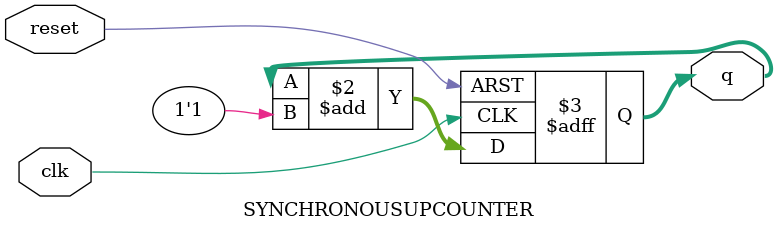
<source format=v>
module SYNCHRONOUSUPCOUNTER (
    input clk,          // Clock input
    input reset,        // Asynchronous reset
    output reg [3:0] q  // 4-bit counter output
);

always @(posedge clk or posedge reset)
begin
    if (reset)
        q <= 4'b0000;       // Reset counter to 0
    else
        q <= q + 1'b1;      // Increment counter on each clock pulse
end

endmodule

</source>
